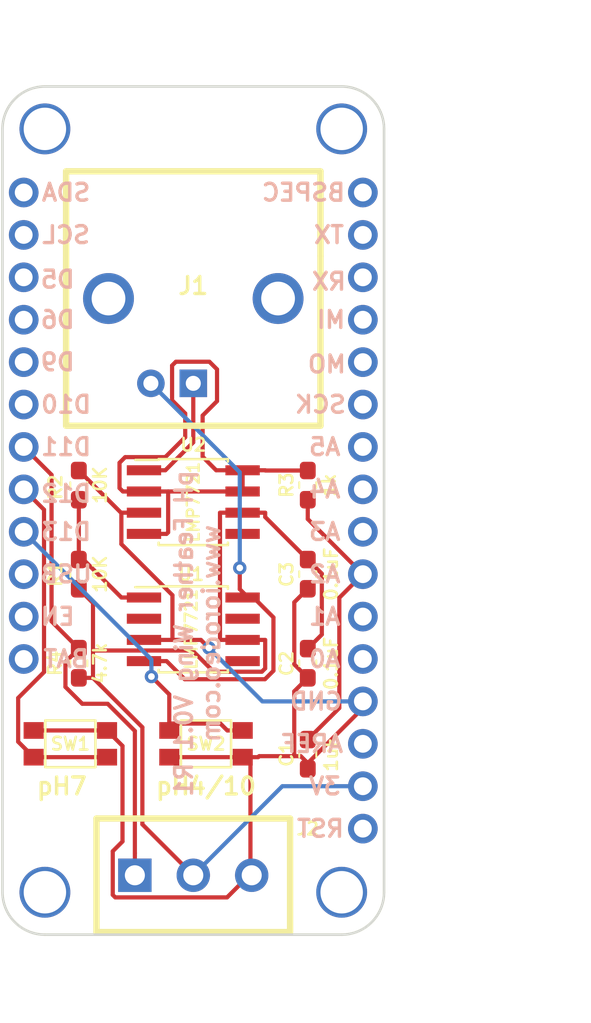
<source format=kicad_pcb>
(kicad_pcb (version 20171130) (host pcbnew 5.1.7-a382d34a8~87~ubuntu18.04.1)

  (general
    (thickness 1.6)
    (drawings 20)
    (tracks 138)
    (zones 0)
    (modules 14)
    (nets 37)
  )

  (page A4)
  (layers
    (0 F.Cu signal)
    (31 B.Cu signal)
    (32 B.Adhes user)
    (33 F.Adhes user)
    (34 B.Paste user)
    (35 F.Paste user)
    (36 B.SilkS user)
    (37 F.SilkS user)
    (38 B.Mask user)
    (39 F.Mask user)
    (40 Dwgs.User user)
    (41 Cmts.User user)
    (42 Eco1.User user)
    (43 Eco2.User user)
    (44 Edge.Cuts user)
    (45 Margin user)
    (46 B.CrtYd user)
    (47 F.CrtYd user)
    (48 B.Fab user)
    (49 F.Fab user)
  )

  (setup
    (last_trace_width 0.25)
    (trace_clearance 0.2)
    (zone_clearance 0.508)
    (zone_45_only no)
    (trace_min 0.2)
    (via_size 0.8)
    (via_drill 0.4)
    (via_min_size 0.4)
    (via_min_drill 0.3)
    (uvia_size 0.3)
    (uvia_drill 0.1)
    (uvias_allowed no)
    (uvia_min_size 0.2)
    (uvia_min_drill 0.1)
    (edge_width 0.15)
    (segment_width 0.2)
    (pcb_text_width 0.3)
    (pcb_text_size 1.5 1.5)
    (mod_edge_width 0.15)
    (mod_text_size 1 1)
    (mod_text_width 0.15)
    (pad_size 1.524 1.524)
    (pad_drill 0.762)
    (pad_to_mask_clearance 0.051)
    (solder_mask_min_width 0.25)
    (aux_axis_origin 0 0)
    (visible_elements FFFFFF7F)
    (pcbplotparams
      (layerselection 0x010f0_ffffffff)
      (usegerberextensions false)
      (usegerberattributes false)
      (usegerberadvancedattributes false)
      (creategerberjobfile false)
      (excludeedgelayer true)
      (linewidth 0.100000)
      (plotframeref false)
      (viasonmask false)
      (mode 1)
      (useauxorigin false)
      (hpglpennumber 1)
      (hpglpenspeed 20)
      (hpglpendiameter 15.000000)
      (psnegative false)
      (psa4output false)
      (plotreference true)
      (plotvalue true)
      (plotinvisibletext false)
      (padsonsilk false)
      (subtractmaskfromsilk false)
      (outputformat 1)
      (mirror false)
      (drillshape 0)
      (scaleselection 1)
      (outputdirectory "gerber_v0p1/"))
  )

  (net 0 "")
  (net 1 GND)
  (net 2 /PH_VOUT)
  (net 3 /3V3)
  (net 4 /PROBE_OUT)
  (net 5 /PROBE_VGND)
  (net 6 /TEMP_DATA)
  (net 7 "Net-(R1-Pad2)")
  (net 8 "Net-(R3-Pad1)")
  (net 9 "Net-(U1-Pad7)")
  (net 10 "Net-(U1-Pad5)")
  (net 11 "Net-(U1-Pad2)")
  (net 12 "Net-(U2-Pad5)")
  (net 13 "Net-(W1-Pad1)")
  (net 14 "Net-(W1-Pad2)")
  (net 15 "Net-(W1-Pad3)")
  (net 16 "Net-(W1-Pad4)")
  (net 17 "Net-(W1-Pad5)")
  (net 18 "Net-(W1-Pad6)")
  (net 19 "Net-(W1-Pad10)")
  (net 20 "Net-(W1-Pad11)")
  (net 21 "Net-(W1-Pad12)")
  (net 22 "Net-(W1-Pad13)")
  (net 23 "Net-(W1-Pad15)")
  (net 24 "Net-(W1-Pad17)")
  (net 25 "Net-(W1-Pad18)")
  (net 26 "Net-(W1-Pad20)")
  (net 27 "Net-(W1-Pad21)")
  (net 28 "Net-(W1-Pad22)")
  (net 29 "Net-(W1-Pad23)")
  (net 30 "Net-(W1-Pad24)")
  (net 31 "Net-(W1-Pad25)")
  (net 32 "Net-(W1-Pad26)")
  (net 33 "Net-(W1-Pad27)")
  (net 34 "Net-(W1-Pad28)")
  (net 35 /BUTTON_1)
  (net 36 /BUTTON_2)

  (net_class Default "This is the default net class."
    (clearance 0.2)
    (trace_width 0.25)
    (via_dia 0.8)
    (via_drill 0.4)
    (uvia_dia 0.3)
    (uvia_drill 0.1)
    (add_net /3V3)
    (add_net /BUTTON_1)
    (add_net /BUTTON_2)
    (add_net /PH_VOUT)
    (add_net /PROBE_OUT)
    (add_net /PROBE_VGND)
    (add_net /TEMP_DATA)
    (add_net GND)
    (add_net "Net-(R1-Pad2)")
    (add_net "Net-(R3-Pad1)")
    (add_net "Net-(U1-Pad2)")
    (add_net "Net-(U1-Pad5)")
    (add_net "Net-(U1-Pad7)")
    (add_net "Net-(U2-Pad5)")
    (add_net "Net-(W1-Pad1)")
    (add_net "Net-(W1-Pad10)")
    (add_net "Net-(W1-Pad11)")
    (add_net "Net-(W1-Pad12)")
    (add_net "Net-(W1-Pad13)")
    (add_net "Net-(W1-Pad15)")
    (add_net "Net-(W1-Pad17)")
    (add_net "Net-(W1-Pad18)")
    (add_net "Net-(W1-Pad2)")
    (add_net "Net-(W1-Pad20)")
    (add_net "Net-(W1-Pad21)")
    (add_net "Net-(W1-Pad22)")
    (add_net "Net-(W1-Pad23)")
    (add_net "Net-(W1-Pad24)")
    (add_net "Net-(W1-Pad25)")
    (add_net "Net-(W1-Pad26)")
    (add_net "Net-(W1-Pad27)")
    (add_net "Net-(W1-Pad28)")
    (add_net "Net-(W1-Pad3)")
    (add_net "Net-(W1-Pad4)")
    (add_net "Net-(W1-Pad5)")
    (add_net "Net-(W1-Pad6)")
  )

  (module feather_wing:feather_wing (layer F.Cu) (tedit 5C5A8705) (tstamp 5C5A5D61)
    (at 76.2 76.2)
    (path /5C5A4858)
    (fp_text reference W1 (at 0 -26.67) (layer F.SilkS) hide
      (effects (font (size 1 1) (thickness 0.15)))
    )
    (fp_text value feather_wing (at 6.223 6.223) (layer F.Fab) hide
      (effects (font (size 1 1) (thickness 0.15)))
    )
    (fp_line (start -11.43 -22.86) (end -11.43 22.86) (layer F.SilkS) (width 0.15))
    (fp_line (start 8.89 25.4) (end -8.89 25.4) (layer F.SilkS) (width 0.15))
    (fp_line (start 11.43 -22.86) (end 11.43 22.86) (layer F.SilkS) (width 0.15))
    (fp_line (start 8.89 -25.4) (end -8.89 -25.4) (layer F.SilkS) (width 0.15))
    (fp_arc (start -8.89 -22.86) (end -8.89 -25.4) (angle -90) (layer F.SilkS) (width 0.15))
    (fp_arc (start 8.89 -22.86) (end 11.43 -22.86) (angle -90) (layer F.SilkS) (width 0.15))
    (fp_arc (start 8.89 22.86) (end 8.89 25.4) (angle -90) (layer F.SilkS) (width 0.15))
    (fp_arc (start -8.89 22.86) (end -11.43 22.86) (angle -90) (layer F.SilkS) (width 0.15))
    (fp_text user SDA (at -7.62 -19.05) (layer B.SilkS)
      (effects (font (size 1.016 1.016) (thickness 0.2032)) (justify mirror))
    )
    (fp_text user SCL (at -7.62 -16.51) (layer B.SilkS)
      (effects (font (size 1.016 1.016) (thickness 0.2032)) (justify mirror))
    )
    (fp_text user D5 (at -8.128 -13.843) (layer B.SilkS)
      (effects (font (size 1.016 1.016) (thickness 0.2032)) (justify mirror))
    )
    (fp_text user D6 (at -8.128 -11.43) (layer B.SilkS)
      (effects (font (size 1.016 1.016) (thickness 0.2032)) (justify mirror))
    )
    (fp_text user D9 (at -8.128 -8.89) (layer B.SilkS)
      (effects (font (size 1.016 1.016) (thickness 0.2032)) (justify mirror))
    )
    (fp_text user D10 (at -7.62 -6.35) (layer B.SilkS)
      (effects (font (size 1.016 1.016) (thickness 0.2032)) (justify mirror))
    )
    (fp_text user D11 (at -7.62 -3.81) (layer B.SilkS)
      (effects (font (size 1.016 1.016) (thickness 0.2032)) (justify mirror))
    )
    (fp_text user D12 (at -7.62 -1.016) (layer B.SilkS)
      (effects (font (size 1.016 1.016) (thickness 0.2032)) (justify mirror))
    )
    (fp_text user D13 (at -7.62 1.27) (layer B.SilkS)
      (effects (font (size 1.016 1.016) (thickness 0.2032)) (justify mirror))
    )
    (fp_text user USB (at -7.62 3.81) (layer B.SilkS)
      (effects (font (size 1.016 1.016) (thickness 0.2032)) (justify mirror))
    )
    (fp_text user EN (at -8.128 6.35) (layer B.SilkS)
      (effects (font (size 1.016 1.016) (thickness 0.2032)) (justify mirror))
    )
    (fp_text user BAT (at -7.62 8.89) (layer B.SilkS)
      (effects (font (size 1.016 1.016) (thickness 0.2032)) (justify mirror))
    )
    (fp_text user BSPEC (at 6.604 -19.05) (layer B.SilkS)
      (effects (font (size 1.016 1.016) (thickness 0.2032)) (justify mirror))
    )
    (fp_text user TX (at 8.128 -16.51) (layer B.SilkS)
      (effects (font (size 1.016 1.016) (thickness 0.2032)) (justify mirror))
    )
    (fp_text user RX (at 8.128 -13.716) (layer B.SilkS)
      (effects (font (size 1.016 1.016) (thickness 0.2032)) (justify mirror))
    )
    (fp_text user MI (at 8.255 -11.43) (layer B.SilkS)
      (effects (font (size 1.016 1.016) (thickness 0.2032)) (justify mirror))
    )
    (fp_text user MO (at 8.001 -8.763) (layer B.SilkS)
      (effects (font (size 1.016 1.016) (thickness 0.2032)) (justify mirror))
    )
    (fp_text user SCK (at 7.62 -6.35) (layer B.SilkS)
      (effects (font (size 1.016 1.016) (thickness 0.2032)) (justify mirror))
    )
    (fp_text user A5 (at 7.874 -3.81) (layer B.SilkS)
      (effects (font (size 1.016 1.016) (thickness 0.2032)) (justify mirror))
    )
    (fp_text user A4 (at 7.874 -1.27) (layer B.SilkS)
      (effects (font (size 1.016 1.016) (thickness 0.2032)) (justify mirror))
    )
    (fp_text user A3 (at 7.874 1.27) (layer B.SilkS)
      (effects (font (size 1.016 1.016) (thickness 0.2032)) (justify mirror))
    )
    (fp_text user A2 (at 7.874 3.81) (layer B.SilkS)
      (effects (font (size 1.016 1.016) (thickness 0.2032)) (justify mirror))
    )
    (fp_text user A1 (at 7.874 6.35) (layer B.SilkS)
      (effects (font (size 1.016 1.016) (thickness 0.2032)) (justify mirror))
    )
    (fp_text user A0 (at 7.874 8.89) (layer B.SilkS)
      (effects (font (size 1.016 1.016) (thickness 0.2032)) (justify mirror))
    )
    (fp_text user GND (at 7.366 11.43) (layer B.SilkS)
      (effects (font (size 1.016 1.016) (thickness 0.2032)) (justify mirror))
    )
    (fp_text user AREF (at 7.112 13.97) (layer B.SilkS)
      (effects (font (size 1.016 1.016) (thickness 0.2032)) (justify mirror))
    )
    (fp_text user 3V (at 7.874 16.51) (layer B.SilkS)
      (effects (font (size 1.016 1.016) (thickness 0.2032)) (justify mirror))
    )
    (fp_text user RST (at 7.62 19.05) (layer B.SilkS)
      (effects (font (size 1.016 1.016) (thickness 0.2032)) (justify mirror))
    )
    (pad "" np_thru_hole circle (at -8.89 -22.86) (size 3.048 3.048) (drill 2.54) (layers *.Cu *.Mask))
    (pad "" np_thru_hole circle (at 8.89 -22.86) (size 3.048 3.048) (drill 2.54) (layers *.Cu *.Mask))
    (pad "" thru_hole circle (at 8.89 22.86) (size 3.048 3.048) (drill 2.54) (layers *.Cu *.Mask))
    (pad "" thru_hole circle (at -8.89 22.86) (size 3.048 3.048) (drill 2.54) (layers *.Cu *.Mask))
    (pad 1 thru_hole circle (at -10.16 -19.05) (size 1.778 1.778) (drill 1.0668) (layers *.Cu *.Mask)
      (net 13 "Net-(W1-Pad1)"))
    (pad 2 thru_hole circle (at -10.16 -16.51) (size 1.778 1.778) (drill 1.0668) (layers *.Cu *.Mask)
      (net 14 "Net-(W1-Pad2)"))
    (pad 3 thru_hole circle (at -10.16 -13.97) (size 1.778 1.778) (drill 1.0668) (layers *.Cu *.Mask)
      (net 15 "Net-(W1-Pad3)"))
    (pad 4 thru_hole circle (at -10.16 -11.43) (size 1.778 1.778) (drill 1.0668) (layers *.Cu *.Mask)
      (net 16 "Net-(W1-Pad4)"))
    (pad 5 thru_hole circle (at -10.16 -8.89) (size 1.778 1.778) (drill 1.0668) (layers *.Cu *.Mask)
      (net 17 "Net-(W1-Pad5)"))
    (pad 6 thru_hole circle (at -10.16 -6.35) (size 1.778 1.778) (drill 1.0668) (layers *.Cu *.Mask)
      (net 18 "Net-(W1-Pad6)"))
    (pad 7 thru_hole circle (at -10.16 -3.81) (size 1.778 1.778) (drill 1.0668) (layers *.Cu *.Mask)
      (net 6 /TEMP_DATA))
    (pad 8 thru_hole circle (at -10.16 -1.27) (size 1.778 1.778) (drill 1.0668) (layers *.Cu *.Mask)
      (net 35 /BUTTON_1))
    (pad 9 thru_hole circle (at -10.16 1.27) (size 1.778 1.778) (drill 1.0668) (layers *.Cu *.Mask)
      (net 36 /BUTTON_2))
    (pad 10 thru_hole circle (at -10.16 3.81) (size 1.778 1.778) (drill 1.0668) (layers *.Cu *.Mask)
      (net 19 "Net-(W1-Pad10)"))
    (pad 11 thru_hole circle (at -10.16 6.35) (size 1.778 1.778) (drill 1.0668) (layers *.Cu *.Mask)
      (net 20 "Net-(W1-Pad11)"))
    (pad 12 thru_hole circle (at -10.16 8.89) (size 1.778 1.778) (drill 1.0668) (layers *.Cu *.Mask)
      (net 21 "Net-(W1-Pad12)"))
    (pad 13 thru_hole circle (at 10.16 19.05) (size 1.778 1.778) (drill 1.0668) (layers *.Cu *.Mask)
      (net 22 "Net-(W1-Pad13)"))
    (pad 14 thru_hole circle (at 10.16 16.51) (size 1.778 1.778) (drill 1.0668) (layers *.Cu *.Mask)
      (net 3 /3V3))
    (pad 15 thru_hole circle (at 10.16 13.97) (size 1.778 1.778) (drill 1.0668) (layers *.Cu *.Mask)
      (net 23 "Net-(W1-Pad15)"))
    (pad 16 thru_hole circle (at 10.16 11.43) (size 1.778 1.778) (drill 1.0668) (layers *.Cu *.Mask)
      (net 1 GND))
    (pad 17 thru_hole circle (at 10.16 8.89) (size 1.778 1.778) (drill 1.0668) (layers *.Cu *.Mask)
      (net 24 "Net-(W1-Pad17)"))
    (pad 18 thru_hole circle (at 10.16 6.35) (size 1.778 1.778) (drill 1.0668) (layers *.Cu *.Mask)
      (net 25 "Net-(W1-Pad18)"))
    (pad 19 thru_hole circle (at 10.16 3.81) (size 1.778 1.778) (drill 1.0668) (layers *.Cu *.Mask)
      (net 2 /PH_VOUT))
    (pad 20 thru_hole circle (at 10.16 1.27) (size 1.778 1.778) (drill 1.0668) (layers *.Cu *.Mask)
      (net 26 "Net-(W1-Pad20)"))
    (pad 21 thru_hole circle (at 10.16 -1.27) (size 1.778 1.778) (drill 1.0668) (layers *.Cu *.Mask)
      (net 27 "Net-(W1-Pad21)"))
    (pad 22 thru_hole circle (at 10.16 -3.81) (size 1.778 1.778) (drill 1.0668) (layers *.Cu *.Mask)
      (net 28 "Net-(W1-Pad22)"))
    (pad 23 thru_hole circle (at 10.16 -6.35) (size 1.778 1.778) (drill 1.0668) (layers *.Cu *.Mask)
      (net 29 "Net-(W1-Pad23)"))
    (pad 24 thru_hole circle (at 10.16 -8.89) (size 1.778 1.778) (drill 1.0668) (layers *.Cu *.Mask)
      (net 30 "Net-(W1-Pad24)"))
    (pad 25 thru_hole circle (at 10.16 -11.43) (size 1.778 1.778) (drill 1.0668) (layers *.Cu *.Mask)
      (net 31 "Net-(W1-Pad25)"))
    (pad 26 thru_hole circle (at 10.16 -13.97) (size 1.778 1.778) (drill 1.0668) (layers *.Cu *.Mask)
      (net 32 "Net-(W1-Pad26)"))
    (pad 27 thru_hole circle (at 10.16 -16.51) (size 1.778 1.778) (drill 1.0668) (layers *.Cu *.Mask)
      (net 33 "Net-(W1-Pad27)"))
    (pad 28 thru_hole circle (at 10.16 -19.05) (size 1.778 1.778) (drill 1.0668) (layers *.Cu *.Mask)
      (net 34 "Net-(W1-Pad28)"))
  )

  (module BNC:BNC (layer F.Cu) (tedit 5C5A6A9E) (tstamp 5C5A5C90)
    (at 76.2 63.5)
    (path /5C5CDCAD)
    (fp_text reference J1 (at 0 -0.762) (layer F.SilkS)
      (effects (font (size 1.016 1.016) (thickness 0.2032)))
    )
    (fp_text value Conn_Coaxial (at 0.254 2.794) (layer F.SilkS) hide
      (effects (font (size 1.524 1.524) (thickness 0.3048)))
    )
    (fp_line (start 7.62 -2.54) (end 7.62 7.62) (layer F.SilkS) (width 0.381))
    (fp_line (start -7.62 -2.54) (end -7.62 7.62) (layer F.SilkS) (width 0.381))
    (fp_line (start 7.62 -7.62) (end 7.62 -2.54) (layer F.SilkS) (width 0.381))
    (fp_line (start -7.62 -7.62) (end 7.62 -7.62) (layer F.SilkS) (width 0.381))
    (fp_line (start -7.62 -2.54) (end -7.62 -7.62) (layer F.SilkS) (width 0.381))
    (fp_line (start -7.62 7.62) (end 7.62 7.62) (layer F.SilkS) (width 0.381))
    (pad "" thru_hole circle (at -5.08 0) (size 3.048 3.048) (drill 2.02) (layers *.Cu *.Mask))
    (pad "" thru_hole circle (at 5.08 0) (size 3.048 3.048) (drill 2.02) (layers *.Cu *.Mask))
    (pad 1 thru_hole rect (at 0 5.08) (size 1.651 1.651) (drill 0.9) (layers *.Cu *.Mask)
      (net 4 /PROBE_OUT))
    (pad 2 thru_hole circle (at -2.54 5.08) (size 1.651 1.651) (drill 0.9) (layers *.Cu *.Mask)
      (net 5 /PROBE_VGND))
  )

  (module OST_SCREW_TERM_3:CONNBLOCK3 (layer F.Cu) (tedit 5C5A6C78) (tstamp 5C5A5C9B)
    (at 76.2 98.044)
    (path /5C5A56D2)
    (fp_text reference J2 (at 6.858 -2.794) (layer F.SilkS)
      (effects (font (size 0.762 0.762) (thickness 0.1524)))
    )
    (fp_text value Screw_Terminal_01x03 (at -0.20066 -5.40004) (layer F.SilkS) hide
      (effects (font (size 1.524 1.524) (thickness 0.3048)))
    )
    (fp_line (start 5.79882 -3.40106) (end -5.79882 -3.40106) (layer F.SilkS) (width 0.381))
    (fp_line (start 5.79882 3.40106) (end 5.79882 -3.40106) (layer F.SilkS) (width 0.381))
    (fp_line (start -5.79882 3.40106) (end 5.79882 3.40106) (layer F.SilkS) (width 0.381))
    (fp_line (start -5.79882 -3.40106) (end -5.79882 3.40106) (layer F.SilkS) (width 0.381))
    (pad 2 thru_hole circle (at 0 0) (size 2 2) (drill 1.2) (layers *.Cu *.Mask)
      (net 3 /3V3))
    (pad 1 thru_hole rect (at -3.50012 0) (size 2 2) (drill 1.2) (layers *.Cu *.Mask)
      (net 6 /TEMP_DATA))
    (pad 3 thru_hole circle (at 3.50012 0) (size 2 2) (drill 1.2) (layers *.Cu *.Mask)
      (net 1 GND))
  )

  (module SOIC-8_3.9x4.9mm_P1.27mm_HandSolder:SOIC-8_3.9x4.9mm_P1.27mm_HandSolder (layer F.Cu) (tedit 5C5A6CD5) (tstamp 5C5A5CFC)
    (at 76.2 83.312)
    (descr "8-Lead Plastic Small Outline (SN) - Narrow, 3.90 mm Body [SOIC] (see Microchip Packaging Specification http://ww1.microchip.com/downloads/en/PackagingSpec/00000049BQ.pdf)")
    (tags "SOIC 1.27")
    (path /5C5A24CA)
    (attr smd)
    (fp_text reference U1 (at -0.127 -3.302) (layer F.SilkS)
      (effects (font (size 0.762 0.762) (thickness 0.1524)))
    )
    (fp_text value LMP7721 (at -0.127 0 90) (layer F.SilkS)
      (effects (font (size 0.7112 0.7112) (thickness 0.1397)))
    )
    (fp_line (start -0.95 -2.45) (end 1.95 -2.45) (layer F.Fab) (width 0.1))
    (fp_line (start 1.95 -2.45) (end 1.95 2.45) (layer F.Fab) (width 0.1))
    (fp_line (start 1.95 2.45) (end -1.95 2.45) (layer F.Fab) (width 0.1))
    (fp_line (start -1.95 2.45) (end -1.95 -1.45) (layer F.Fab) (width 0.1))
    (fp_line (start -1.95 -1.45) (end -0.95 -2.45) (layer F.Fab) (width 0.1))
    (fp_line (start -3.73 -2.7) (end -3.73 2.7) (layer F.CrtYd) (width 0.05))
    (fp_line (start 3.73 -2.7) (end 3.73 2.7) (layer F.CrtYd) (width 0.05))
    (fp_line (start -3.73 -2.7) (end 3.73 -2.7) (layer F.CrtYd) (width 0.05))
    (fp_line (start -3.73 2.7) (end 3.73 2.7) (layer F.CrtYd) (width 0.05))
    (fp_line (start -2.075 -2.575) (end -2.075 -2.525) (layer F.SilkS) (width 0.15))
    (fp_line (start 2.075 -2.575) (end 2.075 -2.43) (layer F.SilkS) (width 0.15))
    (fp_line (start 2.075 2.575) (end 2.075 2.43) (layer F.SilkS) (width 0.15))
    (fp_line (start -2.075 2.575) (end -2.075 2.43) (layer F.SilkS) (width 0.15))
    (fp_line (start -2.075 -2.575) (end 2.075 -2.575) (layer F.SilkS) (width 0.15))
    (fp_line (start -2.075 2.575) (end 2.075 2.575) (layer F.SilkS) (width 0.15))
    (fp_line (start -2.075 -2.525) (end -3.475 -2.525) (layer F.SilkS) (width 0.15))
    (fp_text user %R (at 0 0) (layer F.Fab) hide
      (effects (font (size 1 1) (thickness 0.15)))
    )
    (pad 8 smd rect (at 2.954 -1.905) (size 2.058 0.6) (layers F.Cu F.Paste F.Mask)
      (net 5 /PROBE_VGND))
    (pad 7 smd rect (at 2.954 -0.635) (size 2.058 0.6) (layers F.Cu F.Paste F.Mask)
      (net 9 "Net-(U1-Pad7)"))
    (pad 6 smd rect (at 2.954 0.635) (size 2.058 0.6) (layers F.Cu F.Paste F.Mask)
      (net 3 /3V3))
    (pad 5 smd rect (at 2.954 1.905) (size 2.058 0.6) (layers F.Cu F.Paste F.Mask)
      (net 10 "Net-(U1-Pad5)"))
    (pad 4 smd rect (at -2.954 1.905) (size 2.058 0.6) (layers F.Cu F.Paste F.Mask)
      (net 5 /PROBE_VGND))
    (pad 3 smd rect (at -2.954 0.635) (size 2.058 0.6) (layers F.Cu F.Paste F.Mask)
      (net 1 GND))
    (pad 2 smd rect (at -2.954 -0.635) (size 2.058 0.6) (layers F.Cu F.Paste F.Mask)
      (net 11 "Net-(U1-Pad2)"))
    (pad 1 smd rect (at -2.954 -1.905) (size 2.058 0.6) (layers F.Cu F.Paste F.Mask)
      (net 7 "Net-(R1-Pad2)"))
    (model ${KISYS3DMOD}/Package_SO.3dshapes/SOIC-8_3.9x4.9mm_P1.27mm.wrl
      (at (xyz 0 0 0))
      (scale (xyz 1 1 1))
      (rotate (xyz 0 0 0))
    )
  )

  (module SOIC-8_3.9x4.9mm_P1.27mm_HandSolder:SOIC-8_3.9x4.9mm_P1.27mm_HandSolder (layer F.Cu) (tedit 5C5A6CFC) (tstamp 5C5A5D19)
    (at 76.2 75.692)
    (descr "8-Lead Plastic Small Outline (SN) - Narrow, 3.90 mm Body [SOIC] (see Microchip Packaging Specification http://ww1.microchip.com/downloads/en/PackagingSpec/00000049BQ.pdf)")
    (tags "SOIC 1.27")
    (path /5C5A2430)
    (attr smd)
    (fp_text reference U2 (at 0 -3.429) (layer F.SilkS)
      (effects (font (size 0.762 0.762) (thickness 0.1524)))
    )
    (fp_text value LMP7721 (at 0 0 90) (layer F.SilkS)
      (effects (font (size 0.7112 0.7112) (thickness 0.1397)))
    )
    (fp_line (start -2.075 -2.525) (end -3.475 -2.525) (layer F.SilkS) (width 0.15))
    (fp_line (start -2.075 2.575) (end 2.075 2.575) (layer F.SilkS) (width 0.15))
    (fp_line (start -2.075 -2.575) (end 2.075 -2.575) (layer F.SilkS) (width 0.15))
    (fp_line (start -2.075 2.575) (end -2.075 2.43) (layer F.SilkS) (width 0.15))
    (fp_line (start 2.075 2.575) (end 2.075 2.43) (layer F.SilkS) (width 0.15))
    (fp_line (start 2.075 -2.575) (end 2.075 -2.43) (layer F.SilkS) (width 0.15))
    (fp_line (start -2.075 -2.575) (end -2.075 -2.525) (layer F.SilkS) (width 0.15))
    (fp_line (start -3.73 2.7) (end 3.73 2.7) (layer F.CrtYd) (width 0.05))
    (fp_line (start -3.73 -2.7) (end 3.73 -2.7) (layer F.CrtYd) (width 0.05))
    (fp_line (start 3.73 -2.7) (end 3.73 2.7) (layer F.CrtYd) (width 0.05))
    (fp_line (start -3.73 -2.7) (end -3.73 2.7) (layer F.CrtYd) (width 0.05))
    (fp_line (start -1.95 -1.45) (end -0.95 -2.45) (layer F.Fab) (width 0.1))
    (fp_line (start -1.95 2.45) (end -1.95 -1.45) (layer F.Fab) (width 0.1))
    (fp_line (start 1.95 2.45) (end -1.95 2.45) (layer F.Fab) (width 0.1))
    (fp_line (start 1.95 -2.45) (end 1.95 2.45) (layer F.Fab) (width 0.1))
    (fp_line (start -0.95 -2.45) (end 1.95 -2.45) (layer F.Fab) (width 0.1))
    (fp_text user %R (at 0 0) (layer F.Fab) hide
      (effects (font (size 1 1) (thickness 0.15)))
    )
    (pad 1 smd rect (at -2.954 -1.905) (size 2.058 0.6) (layers F.Cu F.Paste F.Mask)
      (net 4 /PROBE_OUT))
    (pad 2 smd rect (at -2.954 -0.635) (size 2.058 0.6) (layers F.Cu F.Paste F.Mask)
      (net 8 "Net-(R3-Pad1)"))
    (pad 3 smd rect (at -2.954 0.635) (size 2.058 0.6) (layers F.Cu F.Paste F.Mask)
      (net 1 GND))
    (pad 4 smd rect (at -2.954 1.905) (size 2.058 0.6) (layers F.Cu F.Paste F.Mask)
      (net 8 "Net-(R3-Pad1)"))
    (pad 5 smd rect (at 2.954 1.905) (size 2.058 0.6) (layers F.Cu F.Paste F.Mask)
      (net 12 "Net-(U2-Pad5)"))
    (pad 6 smd rect (at 2.954 0.635) (size 2.058 0.6) (layers F.Cu F.Paste F.Mask)
      (net 3 /3V3))
    (pad 7 smd rect (at 2.954 -0.635) (size 2.058 0.6) (layers F.Cu F.Paste F.Mask)
      (net 8 "Net-(R3-Pad1)"))
    (pad 8 smd rect (at 2.954 -1.905) (size 2.058 0.6) (layers F.Cu F.Paste F.Mask)
      (net 8 "Net-(R3-Pad1)"))
    (model ${KISYS3DMOD}/Package_SO.3dshapes/SOIC-8_3.9x4.9mm_P1.27mm.wrl
      (at (xyz 0 0 0))
      (scale (xyz 1 1 1))
      (rotate (xyz 0 0 0))
    )
  )

  (module Capacitor_SMD:C_0603_1608Metric_Pad1.05x0.95mm_HandSolder (layer F.Cu) (tedit 5C5A6C62) (tstamp 5C66F5C2)
    (at 83.058 90.791 90)
    (descr "Capacitor SMD 0603 (1608 Metric), square (rectangular) end terminal, IPC_7351 nominal with elongated pad for handsoldering. (Body size source: http://www.tortai-tech.com/upload/download/2011102023233369053.pdf), generated with kicad-footprint-generator")
    (tags "capacitor handsolder")
    (path /5C5B5153)
    (attr smd)
    (fp_text reference C1 (at 0 -1.27 90) (layer F.SilkS)
      (effects (font (size 0.762 0.762) (thickness 0.1524)))
    )
    (fp_text value 1uF (at 0 1.397 90) (layer F.SilkS)
      (effects (font (size 0.762 0.762) (thickness 0.1524)))
    )
    (fp_line (start 1.65 0.73) (end -1.65 0.73) (layer F.CrtYd) (width 0.05))
    (fp_line (start 1.65 -0.73) (end 1.65 0.73) (layer F.CrtYd) (width 0.05))
    (fp_line (start -1.65 -0.73) (end 1.65 -0.73) (layer F.CrtYd) (width 0.05))
    (fp_line (start -1.65 0.73) (end -1.65 -0.73) (layer F.CrtYd) (width 0.05))
    (fp_line (start -0.171267 0.51) (end 0.171267 0.51) (layer F.SilkS) (width 0.12))
    (fp_line (start -0.171267 -0.51) (end 0.171267 -0.51) (layer F.SilkS) (width 0.12))
    (fp_line (start 0.8 0.4) (end -0.8 0.4) (layer F.Fab) (width 0.1))
    (fp_line (start 0.8 -0.4) (end 0.8 0.4) (layer F.Fab) (width 0.1))
    (fp_line (start -0.8 -0.4) (end 0.8 -0.4) (layer F.Fab) (width 0.1))
    (fp_line (start -0.8 0.4) (end -0.8 -0.4) (layer F.Fab) (width 0.1))
    (fp_text user %R (at 0 0 90) (layer F.Fab)
      (effects (font (size 0.4 0.4) (thickness 0.06)))
    )
    (pad 1 smd roundrect (at -0.875 0 90) (size 1.05 0.95) (layers F.Cu F.Paste F.Mask) (roundrect_rratio 0.25)
      (net 1 GND))
    (pad 2 smd roundrect (at 0.875 0 90) (size 1.05 0.95) (layers F.Cu F.Paste F.Mask) (roundrect_rratio 0.25)
      (net 2 /PH_VOUT))
    (model ${KISYS3DMOD}/Capacitor_SMD.3dshapes/C_0603_1608Metric.wrl
      (at (xyz 0 0 0))
      (scale (xyz 1 1 1))
      (rotate (xyz 0 0 0))
    )
  )

  (module Capacitor_SMD:C_0603_1608Metric_Pad1.05x0.95mm_HandSolder (layer F.Cu) (tedit 5C5A6D2B) (tstamp 5C66F5D3)
    (at 83.058 85.344 270)
    (descr "Capacitor SMD 0603 (1608 Metric), square (rectangular) end terminal, IPC_7351 nominal with elongated pad for handsoldering. (Body size source: http://www.tortai-tech.com/upload/download/2011102023233369053.pdf), generated with kicad-footprint-generator")
    (tags "capacitor handsolder")
    (path /5C5B49FA)
    (attr smd)
    (fp_text reference C2 (at 0.014 1.27 270) (layer F.SilkS)
      (effects (font (size 0.762 0.762) (thickness 0.1524)))
    )
    (fp_text value 0.1uF (at 0.014 -1.397 270) (layer F.SilkS)
      (effects (font (size 0.762 0.762) (thickness 0.1524)))
    )
    (fp_line (start -0.8 0.4) (end -0.8 -0.4) (layer F.Fab) (width 0.1))
    (fp_line (start -0.8 -0.4) (end 0.8 -0.4) (layer F.Fab) (width 0.1))
    (fp_line (start 0.8 -0.4) (end 0.8 0.4) (layer F.Fab) (width 0.1))
    (fp_line (start 0.8 0.4) (end -0.8 0.4) (layer F.Fab) (width 0.1))
    (fp_line (start -0.171267 -0.51) (end 0.171267 -0.51) (layer F.SilkS) (width 0.12))
    (fp_line (start -0.171267 0.51) (end 0.171267 0.51) (layer F.SilkS) (width 0.12))
    (fp_line (start -1.65 0.73) (end -1.65 -0.73) (layer F.CrtYd) (width 0.05))
    (fp_line (start -1.65 -0.73) (end 1.65 -0.73) (layer F.CrtYd) (width 0.05))
    (fp_line (start 1.65 -0.73) (end 1.65 0.73) (layer F.CrtYd) (width 0.05))
    (fp_line (start 1.65 0.73) (end -1.65 0.73) (layer F.CrtYd) (width 0.05))
    (fp_text user %R (at 0 0 270) (layer F.Fab)
      (effects (font (size 0.4 0.4) (thickness 0.06)))
    )
    (pad 2 smd roundrect (at 0.875 0 270) (size 1.05 0.95) (layers F.Cu F.Paste F.Mask) (roundrect_rratio 0.25)
      (net 1 GND))
    (pad 1 smd roundrect (at -0.875 0 270) (size 1.05 0.95) (layers F.Cu F.Paste F.Mask) (roundrect_rratio 0.25)
      (net 3 /3V3))
    (model ${KISYS3DMOD}/Capacitor_SMD.3dshapes/C_0603_1608Metric.wrl
      (at (xyz 0 0 0))
      (scale (xyz 1 1 1))
      (rotate (xyz 0 0 0))
    )
  )

  (module Capacitor_SMD:C_0603_1608Metric_Pad1.05x0.95mm_HandSolder (layer F.Cu) (tedit 5C5A6C33) (tstamp 5C66F5E4)
    (at 83.058 80.01 270)
    (descr "Capacitor SMD 0603 (1608 Metric), square (rectangular) end terminal, IPC_7351 nominal with elongated pad for handsoldering. (Body size source: http://www.tortai-tech.com/upload/download/2011102023233369053.pdf), generated with kicad-footprint-generator")
    (tags "capacitor handsolder")
    (path /5C5B4B72)
    (attr smd)
    (fp_text reference C3 (at 0.014 1.27 270) (layer F.SilkS)
      (effects (font (size 0.762 0.762) (thickness 0.1524)))
    )
    (fp_text value 0.1uF (at 0 -1.397 270) (layer F.SilkS)
      (effects (font (size 0.762 0.762) (thickness 0.1524)))
    )
    (fp_line (start 1.65 0.73) (end -1.65 0.73) (layer F.CrtYd) (width 0.05))
    (fp_line (start 1.65 -0.73) (end 1.65 0.73) (layer F.CrtYd) (width 0.05))
    (fp_line (start -1.65 -0.73) (end 1.65 -0.73) (layer F.CrtYd) (width 0.05))
    (fp_line (start -1.65 0.73) (end -1.65 -0.73) (layer F.CrtYd) (width 0.05))
    (fp_line (start -0.171267 0.51) (end 0.171267 0.51) (layer F.SilkS) (width 0.12))
    (fp_line (start -0.171267 -0.51) (end 0.171267 -0.51) (layer F.SilkS) (width 0.12))
    (fp_line (start 0.8 0.4) (end -0.8 0.4) (layer F.Fab) (width 0.1))
    (fp_line (start 0.8 -0.4) (end 0.8 0.4) (layer F.Fab) (width 0.1))
    (fp_line (start -0.8 -0.4) (end 0.8 -0.4) (layer F.Fab) (width 0.1))
    (fp_line (start -0.8 0.4) (end -0.8 -0.4) (layer F.Fab) (width 0.1))
    (fp_text user %R (at 0 0 270) (layer F.Fab)
      (effects (font (size 0.4 0.4) (thickness 0.06)))
    )
    (pad 1 smd roundrect (at -0.875 0 270) (size 1.05 0.95) (layers F.Cu F.Paste F.Mask) (roundrect_rratio 0.25)
      (net 3 /3V3))
    (pad 2 smd roundrect (at 0.875 0 270) (size 1.05 0.95) (layers F.Cu F.Paste F.Mask) (roundrect_rratio 0.25)
      (net 1 GND))
    (model ${KISYS3DMOD}/Capacitor_SMD.3dshapes/C_0603_1608Metric.wrl
      (at (xyz 0 0 0))
      (scale (xyz 1 1 1))
      (rotate (xyz 0 0 0))
    )
  )

  (module Resistor_SMD:R_0603_1608Metric_Pad1.05x0.95mm_HandSolder (layer F.Cu) (tedit 5C5A6B68) (tstamp 5C66F5F5)
    (at 69.342 80.01 90)
    (descr "Resistor SMD 0603 (1608 Metric), square (rectangular) end terminal, IPC_7351 nominal with elongated pad for handsoldering. (Body size source: http://www.tortai-tech.com/upload/download/2011102023233369053.pdf), generated with kicad-footprint-generator")
    (tags "resistor handsolder")
    (path /5C5A459E)
    (attr smd)
    (fp_text reference R1 (at 0 -1.397 90) (layer F.SilkS)
      (effects (font (size 0.762 0.762) (thickness 0.1524)))
    )
    (fp_text value 10K (at 0 1.27 90) (layer F.SilkS)
      (effects (font (size 0.762 0.762) (thickness 0.1524)))
    )
    (fp_line (start -0.8 0.4) (end -0.8 -0.4) (layer F.Fab) (width 0.1))
    (fp_line (start -0.8 -0.4) (end 0.8 -0.4) (layer F.Fab) (width 0.1))
    (fp_line (start 0.8 -0.4) (end 0.8 0.4) (layer F.Fab) (width 0.1))
    (fp_line (start 0.8 0.4) (end -0.8 0.4) (layer F.Fab) (width 0.1))
    (fp_line (start -0.171267 -0.51) (end 0.171267 -0.51) (layer F.SilkS) (width 0.12))
    (fp_line (start -0.171267 0.51) (end 0.171267 0.51) (layer F.SilkS) (width 0.12))
    (fp_line (start -1.65 0.73) (end -1.65 -0.73) (layer F.CrtYd) (width 0.05))
    (fp_line (start -1.65 -0.73) (end 1.65 -0.73) (layer F.CrtYd) (width 0.05))
    (fp_line (start 1.65 -0.73) (end 1.65 0.73) (layer F.CrtYd) (width 0.05))
    (fp_line (start 1.65 0.73) (end -1.65 0.73) (layer F.CrtYd) (width 0.05))
    (fp_text user %R (at 0 0 90) (layer F.Fab)
      (effects (font (size 0.4 0.4) (thickness 0.06)))
    )
    (pad 2 smd roundrect (at 0.875 0 90) (size 1.05 0.95) (layers F.Cu F.Paste F.Mask) (roundrect_rratio 0.25)
      (net 7 "Net-(R1-Pad2)"))
    (pad 1 smd roundrect (at -0.875 0 90) (size 1.05 0.95) (layers F.Cu F.Paste F.Mask) (roundrect_rratio 0.25)
      (net 3 /3V3))
    (model ${KISYS3DMOD}/Resistor_SMD.3dshapes/R_0603_1608Metric.wrl
      (at (xyz 0 0 0))
      (scale (xyz 1 1 1))
      (rotate (xyz 0 0 0))
    )
  )

  (module Resistor_SMD:R_0603_1608Metric_Pad1.05x0.95mm_HandSolder (layer F.Cu) (tedit 5C5A6BE2) (tstamp 5C66F606)
    (at 69.342 74.676 90)
    (descr "Resistor SMD 0603 (1608 Metric), square (rectangular) end terminal, IPC_7351 nominal with elongated pad for handsoldering. (Body size source: http://www.tortai-tech.com/upload/download/2011102023233369053.pdf), generated with kicad-footprint-generator")
    (tags "resistor handsolder")
    (path /5C5A460C)
    (attr smd)
    (fp_text reference R2 (at -0.127 -1.397 90) (layer F.SilkS)
      (effects (font (size 0.762 0.762) (thickness 0.1524)))
    )
    (fp_text value 10K (at 0 1.27 90) (layer F.SilkS)
      (effects (font (size 0.762 0.762) (thickness 0.1524)))
    )
    (fp_line (start -0.8 0.4) (end -0.8 -0.4) (layer F.Fab) (width 0.1))
    (fp_line (start -0.8 -0.4) (end 0.8 -0.4) (layer F.Fab) (width 0.1))
    (fp_line (start 0.8 -0.4) (end 0.8 0.4) (layer F.Fab) (width 0.1))
    (fp_line (start 0.8 0.4) (end -0.8 0.4) (layer F.Fab) (width 0.1))
    (fp_line (start -0.171267 -0.51) (end 0.171267 -0.51) (layer F.SilkS) (width 0.12))
    (fp_line (start -0.171267 0.51) (end 0.171267 0.51) (layer F.SilkS) (width 0.12))
    (fp_line (start -1.65 0.73) (end -1.65 -0.73) (layer F.CrtYd) (width 0.05))
    (fp_line (start -1.65 -0.73) (end 1.65 -0.73) (layer F.CrtYd) (width 0.05))
    (fp_line (start 1.65 -0.73) (end 1.65 0.73) (layer F.CrtYd) (width 0.05))
    (fp_line (start 1.65 0.73) (end -1.65 0.73) (layer F.CrtYd) (width 0.05))
    (fp_text user %R (at 0 0 90) (layer F.Fab)
      (effects (font (size 0.4 0.4) (thickness 0.06)))
    )
    (pad 2 smd roundrect (at 0.875 0 90) (size 1.05 0.95) (layers F.Cu F.Paste F.Mask) (roundrect_rratio 0.25)
      (net 1 GND))
    (pad 1 smd roundrect (at -0.875 0 90) (size 1.05 0.95) (layers F.Cu F.Paste F.Mask) (roundrect_rratio 0.25)
      (net 7 "Net-(R1-Pad2)"))
    (model ${KISYS3DMOD}/Resistor_SMD.3dshapes/R_0603_1608Metric.wrl
      (at (xyz 0 0 0))
      (scale (xyz 1 1 1))
      (rotate (xyz 0 0 0))
    )
  )

  (module Resistor_SMD:R_0603_1608Metric_Pad1.05x0.95mm_HandSolder (layer F.Cu) (tedit 5C5A6B9C) (tstamp 5C66F617)
    (at 83.058 74.676 270)
    (descr "Resistor SMD 0603 (1608 Metric), square (rectangular) end terminal, IPC_7351 nominal with elongated pad for handsoldering. (Body size source: http://www.tortai-tech.com/upload/download/2011102023233369053.pdf), generated with kicad-footprint-generator")
    (tags "resistor handsolder")
    (path /5C5B50E5)
    (attr smd)
    (fp_text reference R3 (at 0 1.27 270) (layer F.SilkS)
      (effects (font (size 0.762 0.762) (thickness 0.1524)))
    )
    (fp_text value 1k (at 0 -1.27 270) (layer F.SilkS)
      (effects (font (size 0.762 0.762) (thickness 0.1524)))
    )
    (fp_line (start 1.65 0.73) (end -1.65 0.73) (layer F.CrtYd) (width 0.05))
    (fp_line (start 1.65 -0.73) (end 1.65 0.73) (layer F.CrtYd) (width 0.05))
    (fp_line (start -1.65 -0.73) (end 1.65 -0.73) (layer F.CrtYd) (width 0.05))
    (fp_line (start -1.65 0.73) (end -1.65 -0.73) (layer F.CrtYd) (width 0.05))
    (fp_line (start -0.171267 0.51) (end 0.171267 0.51) (layer F.SilkS) (width 0.12))
    (fp_line (start -0.171267 -0.51) (end 0.171267 -0.51) (layer F.SilkS) (width 0.12))
    (fp_line (start 0.8 0.4) (end -0.8 0.4) (layer F.Fab) (width 0.1))
    (fp_line (start 0.8 -0.4) (end 0.8 0.4) (layer F.Fab) (width 0.1))
    (fp_line (start -0.8 -0.4) (end 0.8 -0.4) (layer F.Fab) (width 0.1))
    (fp_line (start -0.8 0.4) (end -0.8 -0.4) (layer F.Fab) (width 0.1))
    (fp_text user %R (at 0 0 270) (layer F.Fab)
      (effects (font (size 0.4 0.4) (thickness 0.06)))
    )
    (pad 1 smd roundrect (at -0.875 0 270) (size 1.05 0.95) (layers F.Cu F.Paste F.Mask) (roundrect_rratio 0.25)
      (net 8 "Net-(R3-Pad1)"))
    (pad 2 smd roundrect (at 0.875 0 270) (size 1.05 0.95) (layers F.Cu F.Paste F.Mask) (roundrect_rratio 0.25)
      (net 2 /PH_VOUT))
    (model ${KISYS3DMOD}/Resistor_SMD.3dshapes/R_0603_1608Metric.wrl
      (at (xyz 0 0 0))
      (scale (xyz 1 1 1))
      (rotate (xyz 0 0 0))
    )
  )

  (module Resistor_SMD:R_0603_1608Metric_Pad1.05x0.95mm_HandSolder (layer F.Cu) (tedit 5C5CEEBC) (tstamp 5C66F628)
    (at 69.342 85.344 90)
    (descr "Resistor SMD 0603 (1608 Metric), square (rectangular) end terminal, IPC_7351 nominal with elongated pad for handsoldering. (Body size source: http://www.tortai-tech.com/upload/download/2011102023233369053.pdf), generated with kicad-footprint-generator")
    (tags "resistor handsolder")
    (path /5C5D6D88)
    (attr smd)
    (fp_text reference R4 (at 0 -1.43 90) (layer F.SilkS)
      (effects (font (size 0.762 0.762) (thickness 0.1524)))
    )
    (fp_text value 4.7k (at 0 1.27 90) (layer F.SilkS)
      (effects (font (size 0.762 0.762) (thickness 0.1524)))
    )
    (fp_line (start -0.8 0.4) (end -0.8 -0.4) (layer F.Fab) (width 0.1))
    (fp_line (start -0.8 -0.4) (end 0.8 -0.4) (layer F.Fab) (width 0.1))
    (fp_line (start 0.8 -0.4) (end 0.8 0.4) (layer F.Fab) (width 0.1))
    (fp_line (start 0.8 0.4) (end -0.8 0.4) (layer F.Fab) (width 0.1))
    (fp_line (start -0.171267 -0.51) (end 0.171267 -0.51) (layer F.SilkS) (width 0.12))
    (fp_line (start -0.171267 0.51) (end 0.171267 0.51) (layer F.SilkS) (width 0.12))
    (fp_line (start -1.65 0.73) (end -1.65 -0.73) (layer F.CrtYd) (width 0.05))
    (fp_line (start -1.65 -0.73) (end 1.65 -0.73) (layer F.CrtYd) (width 0.05))
    (fp_line (start 1.65 -0.73) (end 1.65 0.73) (layer F.CrtYd) (width 0.05))
    (fp_line (start 1.65 0.73) (end -1.65 0.73) (layer F.CrtYd) (width 0.05))
    (fp_text user %R (at 0 0 90) (layer F.Fab)
      (effects (font (size 0.4 0.4) (thickness 0.06)))
    )
    (pad 2 smd roundrect (at 0.875 0 90) (size 1.05 0.95) (layers F.Cu F.Paste F.Mask) (roundrect_rratio 0.25)
      (net 6 /TEMP_DATA))
    (pad 1 smd roundrect (at -0.875 0 90) (size 1.05 0.95) (layers F.Cu F.Paste F.Mask) (roundrect_rratio 0.25)
      (net 3 /3V3))
    (model ${KISYS3DMOD}/Resistor_SMD.3dshapes/R_0603_1608Metric.wrl
      (at (xyz 0 0 0))
      (scale (xyz 1 1 1))
      (rotate (xyz 0 0 0))
    )
  )

  (module KMR7_SWITCH:KMR7_SWITCH (layer F.Cu) (tedit 5C5CEDA0) (tstamp 5C696291)
    (at 68.834 90.17 180)
    (path /5C5CC1CF)
    (fp_text reference SW1 (at 0 0 180) (layer F.SilkS)
      (effects (font (size 0.762 0.762) (thickness 0.1524)))
    )
    (fp_text value SW_Push (at 0 -2.1 180) (layer F.Fab) hide
      (effects (font (size 0.762 0.762) (thickness 0.1524)))
    )
    (fp_line (start -1.5 1.4) (end 1.5 1.4) (layer F.SilkS) (width 0.15))
    (fp_line (start -1.5 -1.4) (end -1.5 1.4) (layer F.SilkS) (width 0.15))
    (fp_line (start 1.5 -1.4) (end 1.5 1.4) (layer F.SilkS) (width 0.15))
    (fp_line (start -1.5 -1.4) (end 1.5 -1.4) (layer F.SilkS) (width 0.15))
    (pad 1 smd rect (at -2.2 -0.8 180) (size 1.2 1) (layers F.Cu F.Paste F.Mask)
      (net 35 /BUTTON_1))
    (pad 1 smd rect (at 2.2 -0.8 180) (size 1.2 1) (layers F.Cu F.Paste F.Mask)
      (net 35 /BUTTON_1))
    (pad 2 smd rect (at -2.2 0.8 180) (size 1.2 1) (layers F.Cu F.Paste F.Mask)
      (net 1 GND))
    (pad 2 smd rect (at 2.2 0.8 180) (size 1.2 1) (layers F.Cu F.Paste F.Mask)
      (net 1 GND))
  )

  (module KMR7_SWITCH:KMR7_SWITCH (layer F.Cu) (tedit 5C5CED99) (tstamp 5C69629D)
    (at 76.962 90.17)
    (path /5C5CC30A)
    (fp_text reference SW2 (at 0 0) (layer F.SilkS)
      (effects (font (size 0.762 0.762) (thickness 0.1524)))
    )
    (fp_text value SW_Push (at 0 -2.1) (layer F.Fab) hide
      (effects (font (size 0.762 0.762) (thickness 0.1524)))
    )
    (fp_line (start -1.5 -1.4) (end 1.5 -1.4) (layer F.SilkS) (width 0.15))
    (fp_line (start 1.5 -1.4) (end 1.5 1.4) (layer F.SilkS) (width 0.15))
    (fp_line (start -1.5 -1.4) (end -1.5 1.4) (layer F.SilkS) (width 0.15))
    (fp_line (start -1.5 1.4) (end 1.5 1.4) (layer F.SilkS) (width 0.15))
    (pad 2 smd rect (at 2.2 0.8) (size 1.2 1) (layers F.Cu F.Paste F.Mask)
      (net 1 GND))
    (pad 2 smd rect (at -2.2 0.8) (size 1.2 1) (layers F.Cu F.Paste F.Mask)
      (net 1 GND))
    (pad 1 smd rect (at 2.2 -0.8) (size 1.2 1) (layers F.Cu F.Paste F.Mask)
      (net 36 /BUTTON_2))
    (pad 1 smd rect (at -2.2 -0.8) (size 1.2 1) (layers F.Cu F.Paste F.Mask)
      (net 36 /BUTTON_2))
  )

  (dimension 22.86 (width 0.3) (layer Dwgs.User)
    (gr_text "22.860 mm" (at 76.2 108.272) (layer Dwgs.User)
      (effects (font (size 1.5 1.5) (thickness 0.3)))
    )
    (feature1 (pts (xy 87.63 99.06) (xy 87.63 106.758421)))
    (feature2 (pts (xy 64.77 99.06) (xy 64.77 106.758421)))
    (crossbar (pts (xy 64.77 106.172) (xy 87.63 106.172)))
    (arrow1a (pts (xy 87.63 106.172) (xy 86.503496 106.758421)))
    (arrow1b (pts (xy 87.63 106.172) (xy 86.503496 105.585579)))
    (arrow2a (pts (xy 64.77 106.172) (xy 65.896504 106.758421)))
    (arrow2b (pts (xy 64.77 106.172) (xy 65.896504 105.585579)))
  )
  (dimension 50.8 (width 0.3) (layer Dwgs.User)
    (gr_text "50.800 mm" (at 98.112 76.2 270) (layer Dwgs.User)
      (effects (font (size 1.5 1.5) (thickness 0.3)))
    )
    (feature1 (pts (xy 85.09 101.6) (xy 96.598421 101.6)))
    (feature2 (pts (xy 85.09 50.8) (xy 96.598421 50.8)))
    (crossbar (pts (xy 96.012 50.8) (xy 96.012 101.6)))
    (arrow1a (pts (xy 96.012 101.6) (xy 95.425579 100.473496)))
    (arrow1b (pts (xy 96.012 101.6) (xy 96.598421 100.473496)))
    (arrow2a (pts (xy 96.012 50.8) (xy 95.425579 51.926504)))
    (arrow2b (pts (xy 96.012 50.8) (xy 96.598421 51.926504)))
  )
  (gr_text pH4/10 (at 76.962 92.71) (layer F.SilkS)
    (effects (font (size 1.016 1.016) (thickness 0.2032)))
  )
  (gr_text pH7 (at 68.326 92.71) (layer F.SilkS)
    (effects (font (size 1.016 1.016) (thickness 0.2032)))
  )
  (gr_line (start 82.55 45.72) (end 82.55 55.88) (layer Dwgs.User) (width 0.2))
  (gr_line (start 69.85 45.72) (end 82.55 45.72) (layer Dwgs.User) (width 0.2))
  (gr_line (start 69.85 55.88) (end 69.85 45.72) (layer Dwgs.User) (width 0.2))
  (gr_circle (center 67.31 99.06) (end 69.4309 99.06) (layer Dwgs.User) (width 0.2))
  (gr_circle (center 85.09 99.06) (end 87.2109 99.06) (layer Dwgs.User) (width 0.2))
  (gr_circle (center 85.09 53.34) (end 87.2109 53.34) (layer Dwgs.User) (width 0.2))
  (gr_circle (center 67.31 53.34) (end 69.4309 53.34) (layer Dwgs.User) (width 0.2))
  (gr_arc (start 85.09 99.06) (end 85.09 101.6) (angle -90) (layer Edge.Cuts) (width 0.15))
  (gr_arc (start 67.31 99.06) (end 64.77 99.06) (angle -90) (layer Edge.Cuts) (width 0.15))
  (gr_arc (start 67.31 53.34) (end 67.31 50.8) (angle -90) (layer Edge.Cuts) (width 0.15))
  (gr_arc (start 85.09 53.34) (end 87.63 53.34) (angle -90) (layer Edge.Cuts) (width 0.15))
  (gr_line (start 67.31 50.8) (end 85.09 50.8) (layer Edge.Cuts) (width 0.15))
  (gr_line (start 87.63 99.06) (end 87.63 53.34) (layer Edge.Cuts) (width 0.15))
  (gr_line (start 67.31 101.6) (end 85.09 101.6) (layer Edge.Cuts) (width 0.15))
  (gr_line (start 64.77 53.34) (end 64.77 99.06) (layer Edge.Cuts) (width 0.15))
  (gr_text "pH Feather Wing V0.1 R1\nwww.iorodeo.com" (at 76.454 83.566 90) (layer B.SilkS)
    (effects (font (size 1.016 1.016) (thickness 0.2032)) (justify mirror))
  )

  (segment (start 83.058 86.219) (end 82.2518 85.4128) (width 0.25) (layer F.Cu) (net 1))
  (segment (start 82.2518 85.4128) (end 82.2518 81.6912) (width 0.25) (layer F.Cu) (net 1))
  (segment (start 82.2518 81.6912) (end 83.058 80.885) (width 0.25) (layer F.Cu) (net 1))
  (segment (start 82.2492 90.91) (end 82.2492 87.0278) (width 0.25) (layer F.Cu) (net 1))
  (segment (start 82.2492 87.0278) (end 83.058 86.219) (width 0.25) (layer F.Cu) (net 1))
  (segment (start 74.9516 83.947) (end 74.9516 81.2677) (width 0.25) (layer F.Cu) (net 1))
  (segment (start 74.9516 81.2677) (end 71.8917 78.2078) (width 0.25) (layer F.Cu) (net 1))
  (segment (start 71.8917 78.2078) (end 71.8917 76.327) (width 0.25) (layer F.Cu) (net 1))
  (segment (start 71.8917 76.327) (end 71.868 76.327) (width 0.25) (layer F.Cu) (net 1))
  (segment (start 71.868 76.327) (end 69.342 73.801) (width 0.25) (layer F.Cu) (net 1))
  (segment (start 74.9516 83.947) (end 76.6572 83.947) (width 0.25) (layer F.Cu) (net 1))
  (segment (start 76.6572 83.947) (end 77.1398 84.4296) (width 0.25) (layer F.Cu) (net 1))
  (segment (start 73.246 83.947) (end 74.9516 83.947) (width 0.25) (layer F.Cu) (net 1))
  (segment (start 79.6247 97.9686) (end 79.7001 98.044) (width 0.25) (layer F.Cu) (net 1))
  (segment (start 79.6247 90.97) (end 79.6247 97.9686) (width 0.25) (layer F.Cu) (net 1))
  (segment (start 79.6247 97.9686) (end 78.2239 99.3694) (width 0.25) (layer F.Cu) (net 1))
  (segment (start 78.2239 99.3694) (end 71.5261 99.3694) (width 0.25) (layer F.Cu) (net 1))
  (segment (start 71.5261 99.3694) (end 71.3745 99.2178) (width 0.25) (layer F.Cu) (net 1))
  (segment (start 71.3745 99.2178) (end 71.3745 96.6053) (width 0.25) (layer F.Cu) (net 1))
  (segment (start 71.3745 96.6053) (end 71.9593 96.0205) (width 0.25) (layer F.Cu) (net 1))
  (segment (start 71.9593 96.0205) (end 71.9593 90.2953) (width 0.25) (layer F.Cu) (net 1))
  (segment (start 71.9593 90.2953) (end 71.034 89.37) (width 0.25) (layer F.Cu) (net 1))
  (segment (start 73.246 76.327) (end 71.8917 76.327) (width 0.25) (layer F.Cu) (net 1))
  (segment (start 82.2492 90.91) (end 80.1473 90.91) (width 0.25) (layer F.Cu) (net 1))
  (segment (start 80.1473 90.91) (end 80.0873 90.97) (width 0.25) (layer F.Cu) (net 1))
  (segment (start 83.058 91.3295) (end 82.6385 90.91) (width 0.25) (layer F.Cu) (net 1))
  (segment (start 82.6385 90.91) (end 82.2492 90.91) (width 0.25) (layer F.Cu) (net 1))
  (segment (start 79.6247 90.97) (end 80.0873 90.97) (width 0.25) (layer F.Cu) (net 1))
  (segment (start 79.162 90.97) (end 79.6247 90.97) (width 0.25) (layer F.Cu) (net 1))
  (segment (start 74.762 90.97) (end 79.162 90.97) (width 0.25) (layer F.Cu) (net 1))
  (segment (start 83.058 91.3295) (end 83.058 91.666) (width 0.25) (layer F.Cu) (net 1))
  (segment (start 86.36 87.63) (end 86.36 88.0275) (width 0.25) (layer F.Cu) (net 1))
  (segment (start 86.36 88.0275) (end 83.058 91.3295) (width 0.25) (layer F.Cu) (net 1))
  (segment (start 66.634 89.37) (end 71.034 89.37) (width 0.25) (layer F.Cu) (net 1))
  (segment (start 77.1398 84.4296) (end 80.3402 87.63) (width 0.25) (layer B.Cu) (net 1))
  (segment (start 80.3402 87.63) (end 86.36 87.63) (width 0.25) (layer B.Cu) (net 1))
  (via (at 77.1398 84.4296) (size 0.8) (layers F.Cu B.Cu) (net 1))
  (segment (start 83.058 89.916) (end 84.9497 88.0243) (width 0.25) (layer F.Cu) (net 2))
  (segment (start 84.9497 88.0243) (end 84.9497 81.4203) (width 0.25) (layer F.Cu) (net 2))
  (segment (start 84.9497 81.4203) (end 86.36 80.01) (width 0.25) (layer F.Cu) (net 2))
  (segment (start 83.058 75.551) (end 83.058 76.708) (width 0.25) (layer F.Cu) (net 2))
  (segment (start 83.058 76.708) (end 86.36 80.01) (width 0.25) (layer F.Cu) (net 2))
  (segment (start 79.154 83.947) (end 80.5083 83.947) (width 0.25) (layer F.Cu) (net 3))
  (segment (start 70.191 84.582) (end 76.1481 84.582) (width 0.25) (layer F.Cu) (net 3))
  (segment (start 76.1481 84.582) (end 77.4184 85.8523) (width 0.25) (layer F.Cu) (net 3))
  (segment (start 77.4184 85.8523) (end 80.3083 85.8523) (width 0.25) (layer F.Cu) (net 3))
  (segment (start 80.3083 85.8523) (end 80.5083 85.6523) (width 0.25) (layer F.Cu) (net 3))
  (segment (start 80.5083 85.6523) (end 80.5083 83.947) (width 0.25) (layer F.Cu) (net 3))
  (segment (start 70.191 84.582) (end 70.191 86.219) (width 0.25) (layer F.Cu) (net 3))
  (segment (start 69.342 80.885) (end 70.191 81.734) (width 0.25) (layer F.Cu) (net 3))
  (segment (start 70.191 81.734) (end 70.191 84.582) (width 0.25) (layer F.Cu) (net 3))
  (segment (start 77.7997 83.947) (end 77.7997 76.327) (width 0.25) (layer F.Cu) (net 3))
  (segment (start 70.191 86.219) (end 73.1503 89.1783) (width 0.25) (layer F.Cu) (net 3))
  (segment (start 73.1503 89.1783) (end 73.1503 94.9943) (width 0.25) (layer F.Cu) (net 3))
  (segment (start 73.1503 94.9943) (end 76.2 98.044) (width 0.25) (layer F.Cu) (net 3))
  (segment (start 69.342 86.219) (end 70.191 86.219) (width 0.25) (layer F.Cu) (net 3))
  (segment (start 86.36 92.71) (end 81.534 92.71) (width 0.25) (layer B.Cu) (net 3))
  (segment (start 81.534 92.71) (end 76.2 98.044) (width 0.25) (layer B.Cu) (net 3))
  (segment (start 79.154 76.327) (end 77.7997 76.327) (width 0.25) (layer F.Cu) (net 3))
  (segment (start 79.154 83.947) (end 77.7997 83.947) (width 0.25) (layer F.Cu) (net 3))
  (segment (start 79.154 76.327) (end 80.5083 76.327) (width 0.25) (layer F.Cu) (net 3))
  (segment (start 80.5083 76.327) (end 80.5083 76.5853) (width 0.25) (layer F.Cu) (net 3))
  (segment (start 80.5083 76.5853) (end 83.058 79.135) (width 0.25) (layer F.Cu) (net 3))
  (segment (start 83.058 84.469) (end 83.9005 83.6265) (width 0.25) (layer F.Cu) (net 3))
  (segment (start 83.9005 83.6265) (end 83.9005 79.9775) (width 0.25) (layer F.Cu) (net 3))
  (segment (start 83.9005 79.9775) (end 83.058 79.135) (width 0.25) (layer F.Cu) (net 3))
  (segment (start 73.246 73.787) (end 74.525 73.787) (width 0.25) (layer F.Cu) (net 4))
  (segment (start 74.525 73.787) (end 76.2 72.112) (width 0.25) (layer F.Cu) (net 4))
  (segment (start 76.2 72.112) (end 76.2 68.58) (width 0.25) (layer F.Cu) (net 4))
  (segment (start 74.6003 85.217) (end 75.6859 86.3026) (width 0.25) (layer F.Cu) (net 5))
  (segment (start 75.6859 86.3026) (end 80.4949 86.3026) (width 0.25) (layer F.Cu) (net 5))
  (segment (start 80.4949 86.3026) (end 81.0025 85.795) (width 0.25) (layer F.Cu) (net 5))
  (segment (start 81.0025 85.795) (end 81.0025 82.5986) (width 0.25) (layer F.Cu) (net 5))
  (segment (start 81.0025 82.5986) (end 79.8109 81.407) (width 0.25) (layer F.Cu) (net 5))
  (segment (start 78.9842 79.6342) (end 78.9842 73.9042) (width 0.25) (layer B.Cu) (net 5))
  (segment (start 78.9842 73.9042) (end 73.66 68.58) (width 0.25) (layer B.Cu) (net 5))
  (segment (start 79.4825 81.407) (end 78.9842 80.9087) (width 0.25) (layer F.Cu) (net 5))
  (segment (start 78.9842 80.9087) (end 78.9842 79.6342) (width 0.25) (layer F.Cu) (net 5))
  (segment (start 79.4825 81.407) (end 79.8109 81.407) (width 0.25) (layer F.Cu) (net 5))
  (segment (start 79.154 81.407) (end 79.4825 81.407) (width 0.25) (layer F.Cu) (net 5))
  (segment (start 73.246 85.217) (end 74.6003 85.217) (width 0.25) (layer F.Cu) (net 5))
  (via (at 78.9842 79.6342) (size 0.8) (layers F.Cu B.Cu) (net 5))
  (segment (start 72.6999 96.7187) (end 72.6999 89.401) (width 0.25) (layer F.Cu) (net 6))
  (segment (start 72.6999 89.401) (end 71.0712 87.7723) (width 0.25) (layer F.Cu) (net 6))
  (segment (start 71.0712 87.7723) (end 69.5483 87.7723) (width 0.25) (layer F.Cu) (net 6))
  (segment (start 69.5483 87.7723) (end 68.5407 86.7647) (width 0.25) (layer F.Cu) (net 6))
  (segment (start 68.5407 86.7647) (end 68.5407 85.2703) (width 0.25) (layer F.Cu) (net 6))
  (segment (start 68.5407 85.2703) (end 69.342 84.469) (width 0.25) (layer F.Cu) (net 6))
  (segment (start 72.6999 98.044) (end 72.6999 96.7187) (width 0.25) (layer F.Cu) (net 6))
  (segment (start 66.04 72.39) (end 67.7083 74.0583) (width 0.25) (layer F.Cu) (net 6))
  (segment (start 67.7083 74.0583) (end 67.7083 82.8353) (width 0.25) (layer F.Cu) (net 6))
  (segment (start 67.7083 82.8353) (end 69.342 84.469) (width 0.25) (layer F.Cu) (net 6))
  (segment (start 69.342 79.135) (end 69.6197 79.135) (width 0.25) (layer F.Cu) (net 7))
  (segment (start 69.6197 79.135) (end 71.8917 81.407) (width 0.25) (layer F.Cu) (net 7))
  (segment (start 69.342 75.551) (end 69.342 79.135) (width 0.25) (layer F.Cu) (net 7))
  (segment (start 73.246 81.407) (end 71.8917 81.407) (width 0.25) (layer F.Cu) (net 7))
  (segment (start 73.246 77.597) (end 74.6003 77.597) (width 0.25) (layer F.Cu) (net 8))
  (segment (start 74.695 75.057) (end 74.695 77.5023) (width 0.25) (layer F.Cu) (net 8))
  (segment (start 74.695 77.5023) (end 74.6003 77.597) (width 0.25) (layer F.Cu) (net 8))
  (segment (start 74.695 75.057) (end 73.246 75.057) (width 0.25) (layer F.Cu) (net 8))
  (segment (start 79.154 75.057) (end 74.695 75.057) (width 0.25) (layer F.Cu) (net 8))
  (segment (start 73.246 75.057) (end 71.9836 75.057) (width 0.25) (layer F.Cu) (net 8))
  (segment (start 71.9836 75.057) (end 71.7804 74.8538) (width 0.25) (layer F.Cu) (net 8))
  (segment (start 71.7804 74.8538) (end 71.7804 73.3386) (width 0.25) (layer F.Cu) (net 8))
  (segment (start 71.7804 73.3386) (end 72.1194 72.9996) (width 0.25) (layer F.Cu) (net 8))
  (segment (start 72.1194 72.9996) (end 74.5236 72.9996) (width 0.25) (layer F.Cu) (net 8))
  (segment (start 74.5236 72.9996) (end 75.7174 71.8058) (width 0.25) (layer F.Cu) (net 8))
  (segment (start 75.7174 71.8058) (end 75.7174 70.3834) (width 0.25) (layer F.Cu) (net 8))
  (segment (start 75.7174 70.3834) (end 74.93 69.596) (width 0.25) (layer F.Cu) (net 8))
  (segment (start 74.93 69.596) (end 74.93 67.5132) (width 0.25) (layer F.Cu) (net 8))
  (segment (start 74.93 67.5132) (end 75.1586 67.2846) (width 0.25) (layer F.Cu) (net 8))
  (segment (start 75.1586 67.2846) (end 77.1652 67.2846) (width 0.25) (layer F.Cu) (net 8))
  (segment (start 77.1652 67.2846) (end 77.6224 67.7418) (width 0.25) (layer F.Cu) (net 8))
  (segment (start 77.6224 67.7418) (end 77.6224 69.6468) (width 0.25) (layer F.Cu) (net 8))
  (segment (start 77.6224 69.6468) (end 76.7588 70.5104) (width 0.25) (layer F.Cu) (net 8))
  (segment (start 76.7588 70.5104) (end 76.7588 72.9742) (width 0.25) (layer F.Cu) (net 8))
  (segment (start 76.7588 72.9742) (end 77.5716 73.787) (width 0.25) (layer F.Cu) (net 8))
  (segment (start 77.5716 73.787) (end 79.154 73.787) (width 0.25) (layer F.Cu) (net 8))
  (segment (start 79.154 73.787) (end 80.5083 73.787) (width 0.25) (layer F.Cu) (net 8))
  (segment (start 83.058 73.801) (end 80.5223 73.801) (width 0.25) (layer F.Cu) (net 8))
  (segment (start 80.5223 73.801) (end 80.5083 73.787) (width 0.25) (layer F.Cu) (net 8))
  (segment (start 79.154 73.787) (end 79.154 75.057) (width 0.25) (layer F.Cu) (net 8))
  (segment (start 66.634 90.97) (end 70.1087 90.97) (width 0.25) (layer F.Cu) (net 35))
  (segment (start 66.04 74.93) (end 67.2579 76.1479) (width 0.25) (layer F.Cu) (net 35))
  (segment (start 67.2579 76.1479) (end 67.2579 85.8752) (width 0.25) (layer F.Cu) (net 35))
  (segment (start 67.2579 85.8752) (end 65.7086 87.4245) (width 0.25) (layer F.Cu) (net 35))
  (segment (start 65.7086 87.4245) (end 65.7086 90.0446) (width 0.25) (layer F.Cu) (net 35))
  (segment (start 65.7086 90.0446) (end 66.634 90.97) (width 0.25) (layer F.Cu) (net 35))
  (segment (start 71.034 90.97) (end 70.1087 90.97) (width 0.25) (layer F.Cu) (net 35))
  (segment (start 74.762 88.9573) (end 74.762 87.2124) (width 0.25) (layer F.Cu) (net 36))
  (segment (start 74.762 87.2124) (end 73.6912 86.1416) (width 0.25) (layer F.Cu) (net 36))
  (segment (start 78.2367 89.37) (end 77.824 88.9573) (width 0.25) (layer F.Cu) (net 36))
  (segment (start 77.824 88.9573) (end 74.762 88.9573) (width 0.25) (layer F.Cu) (net 36))
  (segment (start 73.6912 86.1416) (end 73.6912 85.1212) (width 0.25) (layer B.Cu) (net 36))
  (segment (start 73.6912 85.1212) (end 66.04 77.47) (width 0.25) (layer B.Cu) (net 36))
  (segment (start 79.162 89.37) (end 78.2367 89.37) (width 0.25) (layer F.Cu) (net 36))
  (segment (start 74.762 89.37) (end 74.762 88.9573) (width 0.25) (layer F.Cu) (net 36))
  (via (at 73.6912 86.1416) (size 0.8) (layers F.Cu B.Cu) (net 36))

)

</source>
